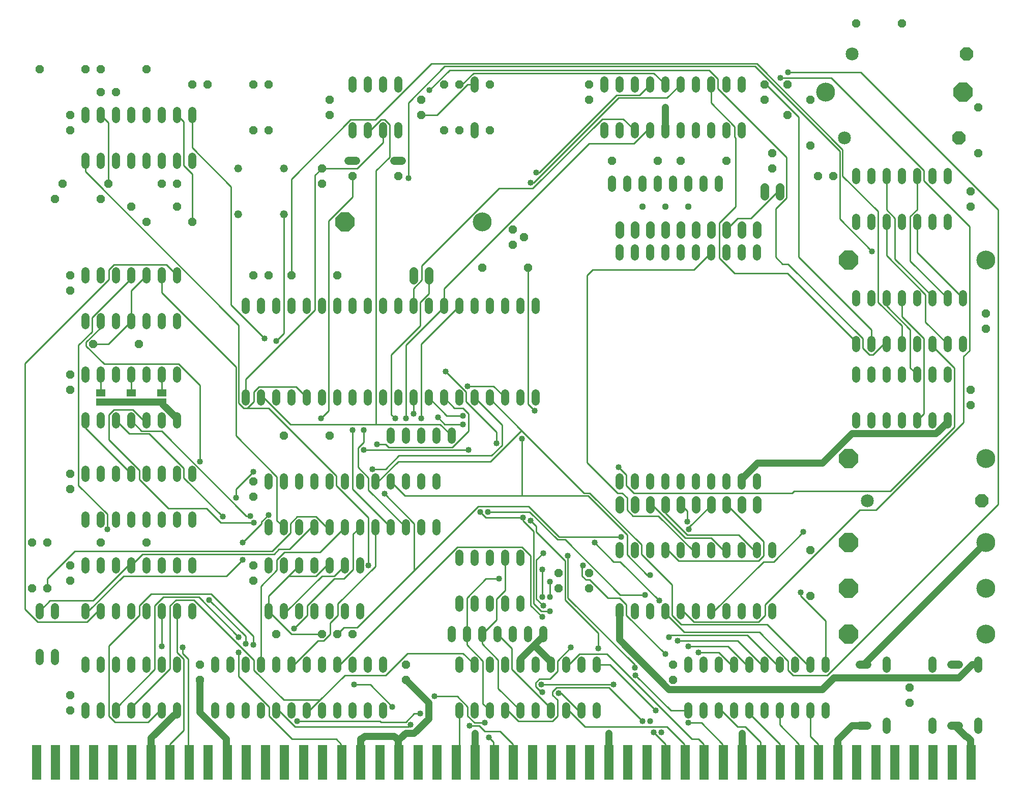
<source format=gbl>
G04 EAGLE Gerber RS-274X export*
G75*
%MOMM*%
%FSLAX34Y34*%
%LPD*%
%INBottom Copper*%
%IPPOS*%
%AMOC8*
5,1,8,0,0,1.08239X$1,22.5*%
G01*
%ADD10C,1.320800*%
%ADD11P,1.429621X8X112.500000*%
%ADD12P,1.429621X8X292.500000*%
%ADD13P,1.429621X8X22.500000*%
%ADD14C,1.422400*%
%ADD15P,1.539592X8X22.500000*%
%ADD16P,1.539592X8X202.500000*%
%ADD17P,1.429621X8X202.500000*%
%ADD18C,3.149600*%
%ADD19P,3.409096X8X202.500000*%
%ADD20C,1.320800*%
%ADD21P,3.409096X8X22.500000*%
%ADD22C,1.447800*%
%ADD23R,1.524000X5.842000*%
%ADD24C,2.159000*%
%ADD25P,2.336880X8X22.500000*%
%ADD26R,1.600200X1.168400*%
%ADD27C,1.117600*%
%ADD28C,1.168400*%
%ADD29C,1.016000*%
%ADD30C,0.254000*%


D10*
X-1536700Y6096D02*
X-1536700Y19304D01*
X-1511300Y19304D02*
X-1511300Y6096D01*
X-1384300Y6096D02*
X-1384300Y19304D01*
X-1358900Y19304D02*
X-1358900Y6096D01*
X-1485900Y6096D02*
X-1485900Y19304D01*
X-1460500Y19304D02*
X-1460500Y6096D01*
X-1409700Y6096D02*
X-1409700Y19304D01*
X-1435100Y19304D02*
X-1435100Y6096D01*
X-1333500Y6096D02*
X-1333500Y19304D01*
X-1308100Y19304D02*
X-1308100Y6096D01*
X-1282700Y6096D02*
X-1282700Y19304D01*
X-1257300Y19304D02*
X-1257300Y6096D01*
X-1231900Y6096D02*
X-1231900Y19304D01*
X-1206500Y19304D02*
X-1206500Y6096D01*
X-1181100Y6096D02*
X-1181100Y19304D01*
X-1155700Y19304D02*
X-1155700Y6096D01*
X-1130300Y6096D02*
X-1130300Y19304D01*
X-1104900Y19304D02*
X-1104900Y6096D01*
X-1079500Y6096D02*
X-1079500Y19304D01*
X-1054100Y19304D02*
X-1054100Y6096D01*
X-1054100Y158496D02*
X-1054100Y171704D01*
X-1079500Y171704D02*
X-1079500Y158496D01*
X-1104900Y158496D02*
X-1104900Y171704D01*
X-1130300Y171704D02*
X-1130300Y158496D01*
X-1155700Y158496D02*
X-1155700Y171704D01*
X-1181100Y171704D02*
X-1181100Y158496D01*
X-1206500Y158496D02*
X-1206500Y171704D01*
X-1231900Y171704D02*
X-1231900Y158496D01*
X-1257300Y158496D02*
X-1257300Y171704D01*
X-1282700Y171704D02*
X-1282700Y158496D01*
X-1308100Y158496D02*
X-1308100Y171704D01*
X-1333500Y171704D02*
X-1333500Y158496D01*
X-1358900Y158496D02*
X-1358900Y171704D01*
X-1384300Y171704D02*
X-1384300Y158496D01*
X-1409700Y158496D02*
X-1409700Y171704D01*
X-1435100Y171704D02*
X-1435100Y158496D01*
X-1460500Y158496D02*
X-1460500Y171704D01*
X-1485900Y171704D02*
X-1485900Y158496D01*
X-1511300Y158496D02*
X-1511300Y171704D01*
X-1536700Y171704D02*
X-1536700Y158496D01*
X-914400Y-336296D02*
X-914400Y-349504D01*
X-889000Y-349504D02*
X-889000Y-336296D01*
X-863600Y-336296D02*
X-863600Y-349504D01*
X-838200Y-349504D02*
X-838200Y-336296D01*
X-812800Y-336296D02*
X-812800Y-349504D01*
X-787400Y-349504D02*
X-787400Y-336296D01*
X-762000Y-336296D02*
X-762000Y-349504D01*
X-736600Y-349504D02*
X-736600Y-336296D01*
X-711200Y-336296D02*
X-711200Y-349504D01*
X-685800Y-349504D02*
X-685800Y-336296D01*
X-660400Y-336296D02*
X-660400Y-349504D01*
X-660400Y-247904D02*
X-660400Y-234696D01*
X-685800Y-234696D02*
X-685800Y-247904D01*
X-711200Y-247904D02*
X-711200Y-234696D01*
X-736600Y-234696D02*
X-736600Y-247904D01*
X-762000Y-247904D02*
X-762000Y-234696D01*
X-787400Y-234696D02*
X-787400Y-247904D01*
X-812800Y-247904D02*
X-812800Y-234696D01*
X-838200Y-234696D02*
X-838200Y-247904D01*
X-863600Y-247904D02*
X-863600Y-234696D01*
X-889000Y-234696D02*
X-889000Y-247904D01*
X-914400Y-247904D02*
X-914400Y-234696D01*
X-939800Y450596D02*
X-939800Y463804D01*
X-914400Y463804D02*
X-914400Y450596D01*
X-787400Y450596D02*
X-787400Y463804D01*
X-762000Y463804D02*
X-762000Y450596D01*
X-889000Y450596D02*
X-889000Y463804D01*
X-863600Y463804D02*
X-863600Y450596D01*
X-812800Y450596D02*
X-812800Y463804D01*
X-838200Y463804D02*
X-838200Y450596D01*
X-736600Y450596D02*
X-736600Y463804D01*
X-711200Y463804D02*
X-711200Y450596D01*
X-711200Y526796D02*
X-711200Y540004D01*
X-736600Y540004D02*
X-736600Y526796D01*
X-762000Y526796D02*
X-762000Y540004D01*
X-787400Y540004D02*
X-787400Y526796D01*
X-812800Y526796D02*
X-812800Y540004D01*
X-838200Y540004D02*
X-838200Y526796D01*
X-863600Y526796D02*
X-863600Y540004D01*
X-889000Y540004D02*
X-889000Y526796D01*
X-914400Y526796D02*
X-914400Y540004D01*
X-939800Y540004D02*
X-939800Y526796D01*
D11*
X-1016000Y-304800D03*
X-1016000Y-279400D03*
D12*
X-635000Y533400D03*
X-635000Y482600D03*
D13*
X-520700Y635000D03*
X-444500Y635000D03*
D10*
X-914400Y-120396D02*
X-914400Y-133604D01*
X-889000Y-133604D02*
X-889000Y-120396D01*
X-762000Y-120396D02*
X-762000Y-133604D01*
X-736600Y-133604D02*
X-736600Y-120396D01*
X-863600Y-120396D02*
X-863600Y-133604D01*
X-838200Y-133604D02*
X-838200Y-120396D01*
X-787400Y-120396D02*
X-787400Y-133604D01*
X-812800Y-133604D02*
X-812800Y-120396D01*
X-711200Y-120396D02*
X-711200Y-133604D01*
X-685800Y-133604D02*
X-685800Y-120396D01*
X-685800Y247396D02*
X-685800Y260604D01*
X-711200Y260604D02*
X-711200Y247396D01*
X-736600Y247396D02*
X-736600Y260604D01*
X-762000Y260604D02*
X-762000Y247396D01*
X-787400Y247396D02*
X-787400Y260604D01*
X-812800Y260604D02*
X-812800Y247396D01*
X-838200Y247396D02*
X-838200Y260604D01*
X-863600Y260604D02*
X-863600Y247396D01*
X-889000Y247396D02*
X-889000Y260604D01*
X-914400Y260604D02*
X-914400Y247396D01*
D14*
X-673100Y348488D02*
X-673100Y362712D01*
X-647700Y362712D02*
X-647700Y348488D01*
D11*
X-596900Y-317500D03*
X-596900Y-241300D03*
D15*
X-927100Y406400D03*
X-850900Y406400D03*
D16*
X-736600Y406400D03*
X-812800Y406400D03*
D12*
X-660400Y419100D03*
X-660400Y393700D03*
D11*
X-596900Y431800D03*
X-596900Y508000D03*
X-317500Y419100D03*
X-317500Y495300D03*
D10*
X-927100Y374904D02*
X-927100Y361696D01*
X-901700Y361696D02*
X-901700Y374904D01*
X-876300Y374904D02*
X-876300Y361696D01*
X-850900Y361696D02*
X-850900Y374904D01*
X-825500Y374904D02*
X-825500Y361696D01*
X-800100Y361696D02*
X-800100Y374904D01*
X-774700Y374904D02*
X-774700Y361696D01*
X-749300Y361696D02*
X-749300Y374904D01*
X-520700Y108204D02*
X-520700Y94996D01*
X-495300Y94996D02*
X-495300Y108204D01*
X-368300Y108204D02*
X-368300Y94996D01*
X-342900Y94996D02*
X-342900Y108204D01*
X-469900Y108204D02*
X-469900Y94996D01*
X-444500Y94996D02*
X-444500Y108204D01*
X-393700Y108204D02*
X-393700Y94996D01*
X-419100Y94996D02*
X-419100Y108204D01*
X-342900Y171196D02*
X-342900Y184404D01*
X-368300Y184404D02*
X-368300Y171196D01*
X-393700Y171196D02*
X-393700Y184404D01*
X-419100Y184404D02*
X-419100Y171196D01*
X-444500Y171196D02*
X-444500Y184404D01*
X-469900Y184404D02*
X-469900Y171196D01*
X-495300Y171196D02*
X-495300Y184404D01*
X-520700Y184404D02*
X-520700Y171196D01*
X-520700Y-18796D02*
X-520700Y-32004D01*
X-495300Y-32004D02*
X-495300Y-18796D01*
X-368300Y-18796D02*
X-368300Y-32004D01*
X-368300Y44196D02*
X-368300Y57404D01*
X-469900Y-18796D02*
X-469900Y-32004D01*
X-444500Y-32004D02*
X-444500Y-18796D01*
X-393700Y-18796D02*
X-393700Y-32004D01*
X-419100Y-32004D02*
X-419100Y-18796D01*
X-393700Y44196D02*
X-393700Y57404D01*
X-419100Y57404D02*
X-419100Y44196D01*
X-444500Y44196D02*
X-444500Y57404D01*
X-469900Y57404D02*
X-469900Y44196D01*
X-495300Y44196D02*
X-495300Y57404D01*
X-520700Y57404D02*
X-520700Y44196D01*
X-520700Y298196D02*
X-520700Y311404D01*
X-495300Y311404D02*
X-495300Y298196D01*
X-368300Y298196D02*
X-368300Y311404D01*
X-368300Y374396D02*
X-368300Y387604D01*
X-469900Y311404D02*
X-469900Y298196D01*
X-444500Y298196D02*
X-444500Y311404D01*
X-393700Y311404D02*
X-393700Y298196D01*
X-419100Y298196D02*
X-419100Y311404D01*
X-393700Y374396D02*
X-393700Y387604D01*
X-419100Y387604D02*
X-419100Y374396D01*
X-444500Y374396D02*
X-444500Y387604D01*
X-469900Y387604D02*
X-469900Y374396D01*
X-495300Y374396D02*
X-495300Y387604D01*
X-520700Y387604D02*
X-520700Y374396D01*
D17*
X-1066800Y228600D03*
X-1143000Y228600D03*
D10*
X-1358900Y450596D02*
X-1358900Y463804D01*
X-1333500Y463804D02*
X-1333500Y450596D01*
X-1308100Y450596D02*
X-1308100Y463804D01*
X-1282700Y463804D02*
X-1282700Y450596D01*
X-1282700Y526796D02*
X-1282700Y540004D01*
X-1308100Y540004D02*
X-1308100Y526796D01*
X-1333500Y526796D02*
X-1333500Y540004D01*
X-1358900Y540004D02*
X-1358900Y526796D01*
D12*
X-1181100Y533400D03*
X-1181100Y457200D03*
X-1206500Y533400D03*
X-1206500Y457200D03*
D10*
X-1155700Y450596D02*
X-1155700Y463804D01*
X-1155700Y526796D02*
X-1155700Y540004D01*
D17*
X-1282700Y381000D03*
X-1358900Y381000D03*
D10*
X-1289304Y406400D02*
X-1276096Y406400D01*
X-1352296Y406400D02*
X-1365504Y406400D01*
D12*
X-1130300Y533400D03*
X-1130300Y457200D03*
D11*
X-1244600Y482600D03*
X-1244600Y508000D03*
D12*
X-1409700Y393700D03*
X-1409700Y368300D03*
D17*
X-1397000Y-50800D03*
X-1473200Y-50800D03*
D12*
X-1092200Y266700D03*
X-1073150Y279400D03*
X-1092200Y292100D03*
X-673100Y533400D03*
X-673100Y508000D03*
D18*
X-304800Y-228600D03*
D19*
X-533400Y-228600D03*
D17*
X-558800Y381000D03*
X-584200Y381000D03*
D12*
X-304800Y152400D03*
X-304800Y127000D03*
D20*
X-1549400Y393700D03*
X-1549400Y317500D03*
X-1473200Y317500D03*
X-1473200Y393700D03*
D17*
X-1498600Y457200D03*
X-1524000Y457200D03*
D13*
X-1524000Y215900D03*
X-1498600Y215900D03*
D12*
X-1397000Y508000D03*
X-1397000Y482600D03*
X-965200Y533400D03*
X-965200Y508000D03*
D18*
X-1143000Y304800D03*
D19*
X-1371600Y304800D03*
D18*
X-304800Y-381000D03*
D19*
X-533400Y-381000D03*
D18*
X-571500Y520700D03*
D21*
X-342900Y520700D03*
D18*
X-304800Y241300D03*
D19*
X-533400Y241300D03*
D18*
X-304800Y-88900D03*
D19*
X-533400Y-88900D03*
D11*
X-330200Y0D03*
X-330200Y25400D03*
X-330200Y330200D03*
X-330200Y355600D03*
D18*
X-304800Y-304800D03*
D19*
X-533400Y-304800D03*
D12*
X-965200Y-279400D03*
X-965200Y-304800D03*
D14*
X-1257300Y208788D02*
X-1257300Y223012D01*
X-1231900Y223012D02*
X-1231900Y208788D01*
D17*
X-1384300Y215900D03*
X-1460500Y215900D03*
D22*
X-914400Y-157861D02*
X-914400Y-172339D01*
X-889000Y-172339D02*
X-889000Y-157861D01*
X-762000Y-157861D02*
X-762000Y-172339D01*
X-736600Y-172339D02*
X-736600Y-157861D01*
X-863600Y-157861D02*
X-863600Y-172339D01*
X-838200Y-172339D02*
X-838200Y-157861D01*
X-787400Y-157861D02*
X-787400Y-172339D01*
X-812800Y-172339D02*
X-812800Y-157861D01*
X-711200Y-157861D02*
X-711200Y-172339D01*
X-685800Y-172339D02*
X-685800Y-157861D01*
X-685800Y284861D02*
X-685800Y299339D01*
X-711200Y299339D02*
X-711200Y284861D01*
X-736600Y284861D02*
X-736600Y299339D01*
X-762000Y299339D02*
X-762000Y284861D01*
X-787400Y284861D02*
X-787400Y299339D01*
X-812800Y299339D02*
X-812800Y284861D01*
X-838200Y284861D02*
X-838200Y299339D01*
X-863600Y299339D02*
X-863600Y284861D01*
X-889000Y284861D02*
X-889000Y299339D01*
X-914400Y299339D02*
X-914400Y284861D01*
D11*
X-431800Y-495300D03*
X-431800Y-469900D03*
D10*
X-393700Y-438404D02*
X-393700Y-425196D01*
X-393700Y-526796D02*
X-393700Y-540004D01*
X-469900Y-438404D02*
X-469900Y-425196D01*
X-469900Y-526796D02*
X-469900Y-540004D01*
X-317500Y-540004D02*
X-317500Y-526796D01*
X-317500Y-438404D02*
X-317500Y-425196D01*
D23*
X-1122680Y-594360D03*
X-1154430Y-594360D03*
X-1186180Y-594360D03*
X-1217930Y-594360D03*
X-1249680Y-594360D03*
X-1281430Y-594360D03*
X-1313180Y-594360D03*
X-1344930Y-594360D03*
X-1376680Y-594360D03*
X-1408430Y-594360D03*
X-1440180Y-594360D03*
X-1471930Y-594360D03*
X-1503680Y-594360D03*
X-1535430Y-594360D03*
X-1567180Y-594360D03*
X-1598930Y-594360D03*
X-1630680Y-594360D03*
X-1662430Y-594360D03*
X-1694180Y-594360D03*
X-1725930Y-594360D03*
X-1757680Y-594360D03*
X-1789430Y-594360D03*
X-1821180Y-594360D03*
X-1852930Y-594360D03*
X-1884680Y-594360D03*
X-1090930Y-594360D03*
X-1059180Y-594360D03*
X-1027430Y-594360D03*
X-995680Y-594360D03*
X-963930Y-594360D03*
X-932180Y-594360D03*
X-900430Y-594360D03*
X-868680Y-594360D03*
X-836930Y-594360D03*
X-805180Y-594360D03*
X-773430Y-594360D03*
X-741680Y-594360D03*
X-709930Y-594360D03*
X-678180Y-594360D03*
X-646430Y-594360D03*
X-614680Y-594360D03*
X-582930Y-594360D03*
X-551180Y-594360D03*
X-519430Y-594360D03*
X-487680Y-594360D03*
X-455930Y-594360D03*
X-424180Y-594360D03*
X-392430Y-594360D03*
X-360680Y-594360D03*
X-328930Y-594360D03*
D10*
X-501396Y-533400D02*
X-514604Y-533400D01*
X-514604Y-431800D02*
X-501396Y-431800D01*
X-362204Y-533400D02*
X-348996Y-533400D01*
X-348996Y-431800D02*
X-362204Y-431800D01*
X-1181100Y-501396D02*
X-1181100Y-514604D01*
X-1155700Y-514604D02*
X-1155700Y-501396D01*
X-1028700Y-501396D02*
X-1028700Y-514604D01*
X-1003300Y-514604D02*
X-1003300Y-501396D01*
X-1130300Y-501396D02*
X-1130300Y-514604D01*
X-1104900Y-514604D02*
X-1104900Y-501396D01*
X-1054100Y-501396D02*
X-1054100Y-514604D01*
X-1079500Y-514604D02*
X-1079500Y-501396D01*
X-977900Y-501396D02*
X-977900Y-514604D01*
X-952500Y-514604D02*
X-952500Y-501396D01*
X-952500Y-438404D02*
X-952500Y-425196D01*
X-977900Y-425196D02*
X-977900Y-438404D01*
X-1003300Y-438404D02*
X-1003300Y-425196D01*
X-1028700Y-425196D02*
X-1028700Y-438404D01*
X-1054100Y-438404D02*
X-1054100Y-425196D01*
X-1079500Y-425196D02*
X-1079500Y-438404D01*
X-1104900Y-438404D02*
X-1104900Y-425196D01*
X-1130300Y-425196D02*
X-1130300Y-438404D01*
X-1155700Y-438404D02*
X-1155700Y-425196D01*
X-1181100Y-425196D02*
X-1181100Y-438404D01*
X-1193800Y-387604D02*
X-1193800Y-374396D01*
X-1168400Y-374396D02*
X-1168400Y-387604D01*
X-1143000Y-387604D02*
X-1143000Y-374396D01*
X-1117600Y-374396D02*
X-1117600Y-387604D01*
X-1092200Y-387604D02*
X-1092200Y-374396D01*
X-1066800Y-374396D02*
X-1066800Y-387604D01*
X-1041400Y-387604D02*
X-1041400Y-374396D01*
X-1498600Y-209804D02*
X-1498600Y-196596D01*
X-1473200Y-196596D02*
X-1473200Y-209804D01*
X-1447800Y-209804D02*
X-1447800Y-196596D01*
X-1422400Y-196596D02*
X-1422400Y-209804D01*
X-1397000Y-209804D02*
X-1397000Y-196596D01*
X-1371600Y-196596D02*
X-1371600Y-209804D01*
X-1346200Y-209804D02*
X-1346200Y-196596D01*
X-1320800Y-196596D02*
X-1320800Y-209804D01*
X-1295400Y-209804D02*
X-1295400Y-196596D01*
X-1270000Y-196596D02*
X-1270000Y-209804D01*
X-1244600Y-209804D02*
X-1244600Y-196596D01*
X-1219200Y-196596D02*
X-1219200Y-209804D01*
X-1219200Y-133604D02*
X-1219200Y-120396D01*
X-1244600Y-120396D02*
X-1244600Y-133604D01*
X-1270000Y-133604D02*
X-1270000Y-120396D01*
X-1295400Y-120396D02*
X-1295400Y-133604D01*
X-1320800Y-133604D02*
X-1320800Y-120396D01*
X-1346200Y-120396D02*
X-1346200Y-133604D01*
X-1371600Y-133604D02*
X-1371600Y-120396D01*
X-1397000Y-120396D02*
X-1397000Y-133604D01*
X-1422400Y-133604D02*
X-1422400Y-120396D01*
X-1447800Y-120396D02*
X-1447800Y-133604D01*
X-1473200Y-133604D02*
X-1473200Y-120396D01*
X-1498600Y-120396D02*
X-1498600Y-133604D01*
X-1587500Y-501396D02*
X-1587500Y-514604D01*
X-1562100Y-514604D02*
X-1562100Y-501396D01*
X-1536700Y-501396D02*
X-1536700Y-514604D01*
X-1511300Y-514604D02*
X-1511300Y-501396D01*
X-1485900Y-501396D02*
X-1485900Y-514604D01*
X-1460500Y-514604D02*
X-1460500Y-501396D01*
X-1435100Y-501396D02*
X-1435100Y-514604D01*
X-1409700Y-514604D02*
X-1409700Y-501396D01*
X-1384300Y-501396D02*
X-1384300Y-514604D01*
X-1358900Y-514604D02*
X-1358900Y-501396D01*
X-1333500Y-501396D02*
X-1333500Y-514604D01*
X-1308100Y-514604D02*
X-1308100Y-501396D01*
X-1308100Y-438404D02*
X-1308100Y-425196D01*
X-1333500Y-425196D02*
X-1333500Y-438404D01*
X-1358900Y-438404D02*
X-1358900Y-425196D01*
X-1384300Y-425196D02*
X-1384300Y-438404D01*
X-1409700Y-438404D02*
X-1409700Y-425196D01*
X-1435100Y-425196D02*
X-1435100Y-438404D01*
X-1460500Y-438404D02*
X-1460500Y-425196D01*
X-1485900Y-425196D02*
X-1485900Y-438404D01*
X-1511300Y-438404D02*
X-1511300Y-425196D01*
X-1536700Y-425196D02*
X-1536700Y-438404D01*
X-1562100Y-438404D02*
X-1562100Y-425196D01*
X-1587500Y-425196D02*
X-1587500Y-438404D01*
X-1803400Y-501396D02*
X-1803400Y-514604D01*
X-1778000Y-514604D02*
X-1778000Y-501396D01*
X-1651000Y-501396D02*
X-1651000Y-514604D01*
X-1651000Y-438404D02*
X-1651000Y-425196D01*
X-1752600Y-501396D02*
X-1752600Y-514604D01*
X-1727200Y-514604D02*
X-1727200Y-501396D01*
X-1676400Y-501396D02*
X-1676400Y-514604D01*
X-1701800Y-514604D02*
X-1701800Y-501396D01*
X-1676400Y-438404D02*
X-1676400Y-425196D01*
X-1701800Y-425196D02*
X-1701800Y-438404D01*
X-1727200Y-438404D02*
X-1727200Y-425196D01*
X-1752600Y-425196D02*
X-1752600Y-438404D01*
X-1778000Y-438404D02*
X-1778000Y-425196D01*
X-1803400Y-425196D02*
X-1803400Y-438404D01*
X-800100Y-501396D02*
X-800100Y-514604D01*
X-774700Y-514604D02*
X-774700Y-501396D01*
X-647700Y-501396D02*
X-647700Y-514604D01*
X-622300Y-514604D02*
X-622300Y-501396D01*
X-749300Y-501396D02*
X-749300Y-514604D01*
X-723900Y-514604D02*
X-723900Y-501396D01*
X-673100Y-501396D02*
X-673100Y-514604D01*
X-698500Y-514604D02*
X-698500Y-501396D01*
X-596900Y-501396D02*
X-596900Y-514604D01*
X-571500Y-514604D02*
X-571500Y-501396D01*
X-571500Y-438404D02*
X-571500Y-425196D01*
X-596900Y-425196D02*
X-596900Y-438404D01*
X-622300Y-438404D02*
X-622300Y-425196D01*
X-647700Y-425196D02*
X-647700Y-438404D01*
X-673100Y-438404D02*
X-673100Y-425196D01*
X-698500Y-425196D02*
X-698500Y-438404D01*
X-723900Y-438404D02*
X-723900Y-425196D01*
X-749300Y-425196D02*
X-749300Y-438404D01*
X-774700Y-438404D02*
X-774700Y-425196D01*
X-800100Y-425196D02*
X-800100Y-438404D01*
X-1803400Y-197104D02*
X-1803400Y-183896D01*
X-1778000Y-183896D02*
X-1778000Y-197104D01*
X-1651000Y-197104D02*
X-1651000Y-183896D01*
X-1625600Y-183896D02*
X-1625600Y-197104D01*
X-1752600Y-197104D02*
X-1752600Y-183896D01*
X-1727200Y-183896D02*
X-1727200Y-197104D01*
X-1676400Y-197104D02*
X-1676400Y-183896D01*
X-1701800Y-183896D02*
X-1701800Y-197104D01*
X-1625600Y-120904D02*
X-1625600Y-107696D01*
X-1651000Y-107696D02*
X-1651000Y-120904D01*
X-1676400Y-120904D02*
X-1676400Y-107696D01*
X-1701800Y-107696D02*
X-1701800Y-120904D01*
X-1727200Y-120904D02*
X-1727200Y-107696D01*
X-1752600Y-107696D02*
X-1752600Y-120904D01*
X-1778000Y-120904D02*
X-1778000Y-107696D01*
X-1803400Y-107696D02*
X-1803400Y-120904D01*
D17*
X-1701800Y-228600D03*
X-1778000Y-228600D03*
D10*
X-1803400Y-32004D02*
X-1803400Y-18796D01*
X-1778000Y-18796D02*
X-1778000Y-32004D01*
X-1651000Y-32004D02*
X-1651000Y-18796D01*
X-1651000Y44196D02*
X-1651000Y57404D01*
X-1752600Y-18796D02*
X-1752600Y-32004D01*
X-1727200Y-32004D02*
X-1727200Y-18796D01*
X-1676400Y-18796D02*
X-1676400Y-32004D01*
X-1701800Y-32004D02*
X-1701800Y-18796D01*
X-1676400Y44196D02*
X-1676400Y57404D01*
X-1701800Y57404D02*
X-1701800Y44196D01*
X-1727200Y44196D02*
X-1727200Y57404D01*
X-1752600Y57404D02*
X-1752600Y44196D01*
X-1778000Y44196D02*
X-1778000Y57404D01*
X-1803400Y57404D02*
X-1803400Y44196D01*
X-1803400Y133096D02*
X-1803400Y146304D01*
X-1778000Y146304D02*
X-1778000Y133096D01*
X-1651000Y133096D02*
X-1651000Y146304D01*
X-1651000Y209296D02*
X-1651000Y222504D01*
X-1752600Y146304D02*
X-1752600Y133096D01*
X-1727200Y133096D02*
X-1727200Y146304D01*
X-1676400Y146304D02*
X-1676400Y133096D01*
X-1701800Y133096D02*
X-1701800Y146304D01*
X-1676400Y209296D02*
X-1676400Y222504D01*
X-1701800Y222504D02*
X-1701800Y209296D01*
X-1727200Y209296D02*
X-1727200Y222504D01*
X-1752600Y222504D02*
X-1752600Y209296D01*
X-1778000Y209296D02*
X-1778000Y222504D01*
X-1803400Y222504D02*
X-1803400Y209296D01*
D17*
X-1714500Y101600D03*
X-1790700Y101600D03*
D10*
X-1803400Y-336296D02*
X-1803400Y-349504D01*
X-1778000Y-349504D02*
X-1778000Y-336296D01*
X-1651000Y-336296D02*
X-1651000Y-349504D01*
X-1625600Y-349504D02*
X-1625600Y-336296D01*
X-1752600Y-336296D02*
X-1752600Y-349504D01*
X-1727200Y-349504D02*
X-1727200Y-336296D01*
X-1676400Y-336296D02*
X-1676400Y-349504D01*
X-1701800Y-349504D02*
X-1701800Y-336296D01*
X-1625600Y-273304D02*
X-1625600Y-260096D01*
X-1651000Y-260096D02*
X-1651000Y-273304D01*
X-1676400Y-273304D02*
X-1676400Y-260096D01*
X-1701800Y-260096D02*
X-1701800Y-273304D01*
X-1727200Y-273304D02*
X-1727200Y-260096D01*
X-1752600Y-260096D02*
X-1752600Y-273304D01*
X-1778000Y-273304D02*
X-1778000Y-260096D01*
X-1803400Y-260096D02*
X-1803400Y-273304D01*
X-1879600Y-412496D02*
X-1879600Y-425704D01*
X-1854200Y-425704D02*
X-1854200Y-412496D01*
X-1854200Y-349504D02*
X-1854200Y-336296D01*
X-1879600Y-336296D02*
X-1879600Y-349504D01*
D12*
X-1866900Y-228600D03*
X-1866900Y-304800D03*
X-1892300Y-228600D03*
X-1892300Y-304800D03*
D10*
X-1498600Y-336296D02*
X-1498600Y-349504D01*
X-1473200Y-349504D02*
X-1473200Y-336296D01*
X-1346200Y-336296D02*
X-1346200Y-349504D01*
X-1346200Y-273304D02*
X-1346200Y-260096D01*
X-1447800Y-336296D02*
X-1447800Y-349504D01*
X-1422400Y-349504D02*
X-1422400Y-336296D01*
X-1371600Y-336296D02*
X-1371600Y-349504D01*
X-1397000Y-349504D02*
X-1397000Y-336296D01*
X-1371600Y-273304D02*
X-1371600Y-260096D01*
X-1397000Y-260096D02*
X-1397000Y-273304D01*
X-1422400Y-273304D02*
X-1422400Y-260096D01*
X-1447800Y-260096D02*
X-1447800Y-273304D01*
X-1473200Y-273304D02*
X-1473200Y-260096D01*
X-1498600Y-260096D02*
X-1498600Y-273304D01*
D13*
X-1485900Y-381000D03*
X-1409700Y-381000D03*
X-1384300Y-381000D03*
X-1358900Y-381000D03*
D10*
X-1295400Y-57404D02*
X-1295400Y-44196D01*
X-1270000Y-44196D02*
X-1270000Y-57404D01*
X-1244600Y-57404D02*
X-1244600Y-44196D01*
X-1219200Y-44196D02*
X-1219200Y-57404D01*
X-1193800Y-57404D02*
X-1193800Y-44196D01*
D12*
X-1828800Y-482600D03*
X-1828800Y-508000D03*
X-1828800Y-266700D03*
X-1828800Y-292100D03*
X-1828800Y-114300D03*
X-1828800Y-139700D03*
X-1828800Y50800D03*
X-1828800Y25400D03*
X-1828800Y215900D03*
X-1828800Y190500D03*
X-1828800Y482600D03*
X-1828800Y457200D03*
X-1524000Y-127000D03*
X-1524000Y-152400D03*
X-1612900Y-431800D03*
X-1612900Y-457200D03*
X-1524000Y-266700D03*
X-1524000Y-292100D03*
X-1270000Y-431800D03*
X-1270000Y-457200D03*
X-825500Y-431800D03*
X-825500Y-457200D03*
D24*
X-527050Y584200D03*
D25*
X-336550Y584200D03*
D24*
X-539750Y444500D03*
D25*
X-349250Y444500D03*
D24*
X-501650Y-158750D03*
D25*
X-311150Y-158750D03*
D26*
X-1676400Y5080D03*
X-1676400Y20320D03*
X-1727200Y5080D03*
X-1727200Y20320D03*
X-1778000Y5080D03*
X-1778000Y20320D03*
D17*
X-1498600Y533400D03*
X-1524000Y533400D03*
X-1600200Y533400D03*
X-1625600Y533400D03*
D10*
X-1803400Y413004D02*
X-1803400Y399796D01*
X-1778000Y399796D02*
X-1778000Y413004D01*
X-1651000Y413004D02*
X-1651000Y399796D01*
X-1625600Y399796D02*
X-1625600Y413004D01*
X-1752600Y413004D02*
X-1752600Y399796D01*
X-1727200Y399796D02*
X-1727200Y413004D01*
X-1676400Y413004D02*
X-1676400Y399796D01*
X-1701800Y399796D02*
X-1701800Y413004D01*
X-1625600Y475996D02*
X-1625600Y489204D01*
X-1651000Y489204D02*
X-1651000Y475996D01*
X-1676400Y475996D02*
X-1676400Y489204D01*
X-1701800Y489204D02*
X-1701800Y475996D01*
X-1727200Y475996D02*
X-1727200Y489204D01*
X-1752600Y489204D02*
X-1752600Y475996D01*
X-1778000Y475996D02*
X-1778000Y489204D01*
X-1803400Y489204D02*
X-1803400Y475996D01*
D17*
X-1778000Y342900D03*
X-1854200Y342900D03*
D13*
X-1778000Y520700D03*
X-1752600Y520700D03*
D17*
X-1765300Y368300D03*
X-1841500Y368300D03*
D13*
X-1778000Y558800D03*
X-1701800Y558800D03*
D17*
X-1625600Y304800D03*
X-1701800Y304800D03*
X-1651000Y368300D03*
X-1676400Y368300D03*
X-1651000Y330200D03*
X-1727200Y330200D03*
D13*
X-1879600Y558800D03*
X-1803400Y558800D03*
D10*
X-1181100Y-323596D02*
X-1181100Y-336804D01*
X-1155700Y-336804D02*
X-1155700Y-323596D01*
X-1104900Y-260604D02*
X-1104900Y-247396D01*
X-1130300Y-247396D02*
X-1130300Y-260604D01*
X-1130300Y-323596D02*
X-1130300Y-336804D01*
X-1104900Y-336804D02*
X-1104900Y-323596D01*
X-1079500Y-260604D02*
X-1079500Y-247396D01*
X-1079500Y-323596D02*
X-1079500Y-336804D01*
X-1155700Y-260604D02*
X-1155700Y-247396D01*
X-1181100Y-247396D02*
X-1181100Y-260604D01*
D27*
X-876300Y330200D03*
X-838200Y330200D03*
X-800100Y330200D03*
D28*
X-1344613Y-557213D02*
X-1344613Y-593725D01*
X-1344613Y-557213D02*
X-1338263Y-550863D01*
X-1289050Y-550863D01*
X-1282700Y-557213D01*
X-1282700Y-593725D01*
X-1344613Y-593725D02*
X-1344930Y-594360D01*
X-1282700Y-593725D02*
X-1281430Y-594360D01*
X-1344613Y-557213D02*
X-1344613Y-555625D01*
X-1727200Y4763D02*
X-1778000Y4763D01*
X-1778000Y5080D01*
X-1727200Y4763D02*
X-1727200Y5080D01*
X-1722438Y4763D02*
X-1676400Y4763D01*
X-1676400Y5080D01*
X-1722438Y4763D02*
X-1727200Y5080D01*
X-1673225Y0D02*
X-1651000Y-22225D01*
X-1651000Y-25400D01*
X-1673225Y0D02*
X-1676400Y5080D01*
X-1693863Y-554038D02*
X-1693863Y-593725D01*
X-1693863Y-554038D02*
X-1651000Y-511175D01*
X-1651000Y-508000D01*
X-1693863Y-593725D02*
X-1694180Y-594360D01*
X-1568450Y-593725D02*
X-1568450Y-555625D01*
X-1612900Y-511175D01*
X-1612900Y-457200D01*
X-1568450Y-593725D02*
X-1567180Y-594360D01*
X-1154113Y-593725D02*
X-1154113Y-546100D01*
X-1154113Y-593725D02*
X-1154430Y-594360D01*
X-931863Y-593725D02*
X-931863Y-546100D01*
X-931863Y-593725D02*
X-932180Y-594360D01*
X-709613Y-593725D02*
X-709613Y-546100D01*
X-709613Y-593725D02*
X-709930Y-594360D01*
X-1270000Y-546100D02*
X-1277938Y-554038D01*
X-1270000Y-546100D02*
X-1255713Y-546100D01*
X-1231900Y-522288D01*
X-1231900Y-495300D01*
X-1270000Y-457200D01*
X-1277938Y-554038D02*
X-1282700Y-557213D01*
D29*
X-1344613Y-555625D03*
X-1154113Y-546100D03*
X-931863Y-546100D03*
X-709613Y-546100D03*
D30*
X-723900Y-431800D02*
X-728663Y-431800D01*
X-749300Y-411163D01*
X-782638Y-411163D01*
X-1030288Y-319088D02*
X-1030288Y-293688D01*
X-1174750Y-31750D02*
X-1204913Y-31750D01*
X-1216025Y-20638D01*
X-1257300Y-14288D02*
X-1257300Y12700D01*
D29*
X-782638Y-411163D03*
X-1030288Y-319088D03*
X-1030288Y-293688D03*
X-1174750Y-31750D03*
X-1216025Y-20638D03*
X-1257300Y-14288D03*
D30*
X-703263Y-431800D02*
X-698500Y-431800D01*
X-703263Y-431800D02*
X-733425Y-401638D01*
X-800100Y-401638D01*
X-1042988Y-319088D02*
X-1042988Y-273050D01*
X-1174750Y-17463D02*
X-1201738Y-17463D01*
X-1231900Y12700D01*
X-1165225Y-74613D02*
X-1339850Y-74613D01*
D29*
X-800100Y-401638D03*
X-1042988Y-319088D03*
X-1042988Y-273050D03*
X-1174750Y-17463D03*
X-1339850Y-74613D03*
X-1165225Y-74613D03*
D30*
X-677863Y-431800D02*
X-673100Y-431800D01*
X-677863Y-431800D02*
X-717550Y-392113D01*
X-817563Y-392113D01*
X-1041400Y-333375D02*
X-1052513Y-322263D01*
X-1052513Y-257175D01*
X-1041400Y-246063D01*
X-1303338Y-65088D02*
X-1317625Y-65088D01*
X-1303338Y-65088D02*
X-1298575Y-69850D01*
X-1192213Y-69850D01*
X-1165225Y-42863D01*
X-1165225Y-14288D01*
X-1174750Y-4763D01*
X-1189038Y-4763D01*
X-1206500Y12700D01*
D29*
X-817563Y-392113D03*
X-1041400Y-333375D03*
X-1041400Y-246063D03*
X-1317625Y-65088D03*
D30*
X-652463Y-431800D02*
X-647700Y-431800D01*
X-652463Y-431800D02*
X-701675Y-382588D01*
X-828675Y-382588D01*
X-831850Y-385763D01*
X-1030288Y-342900D02*
X-1044575Y-342900D01*
X-1057275Y-330200D01*
X-1057275Y-209550D01*
X-1074738Y-192088D01*
X-1074738Y-187325D01*
X-1136650Y-187325D02*
X-1146175Y-177800D01*
X-1136650Y-187325D02*
X-1074738Y-187325D01*
D29*
X-831850Y-385763D03*
X-1030288Y-342900D03*
X-1074738Y-187325D03*
X-1146175Y-177800D03*
D30*
X-949325Y-379413D02*
X-949325Y-404813D01*
X-949325Y-379413D02*
X-1004888Y-323850D01*
X-1004888Y-258763D01*
X-1052513Y-211138D01*
X-1052513Y-201613D01*
X-1062038Y-192088D01*
X-1303338Y-106363D02*
X-1325563Y-106363D01*
X-1303338Y-106363D02*
X-1281113Y-84138D01*
X-1127125Y-84138D01*
X-1109663Y-66675D01*
X-1109663Y-33338D01*
X-1155700Y12700D01*
D29*
X-949325Y-404813D03*
X-1062038Y-192088D03*
X-1325563Y-106363D03*
D30*
X-601663Y-431800D02*
X-596900Y-431800D01*
X-601663Y-431800D02*
X-668338Y-365125D01*
X-811213Y-365125D01*
X-827088Y-349250D01*
X-827088Y-298450D01*
X-877888Y-247650D01*
X-877888Y-231775D01*
X-963613Y-146050D01*
X-973138Y-146050D01*
X-1077119Y-42069D02*
X-1130300Y11113D01*
X-1077119Y-42069D02*
X-973138Y-146050D01*
X-1130300Y11113D02*
X-1130300Y12700D01*
X-1316038Y-127000D02*
X-1320800Y-127000D01*
X-1316038Y-127000D02*
X-1282700Y-93663D01*
X-1128713Y-93663D01*
X-1077119Y-42069D01*
X-571500Y-358775D02*
X-571500Y-431800D01*
X-571500Y-358775D02*
X-612775Y-317500D01*
X-612775Y-311150D01*
X-863600Y-282575D02*
X-868363Y-282575D01*
X-901700Y-249238D01*
X-901700Y-215900D01*
X-966788Y-150813D01*
X-1076325Y-150813D02*
X-1271588Y-150813D01*
X-1076325Y-150813D02*
X-966788Y-150813D01*
X-1271588Y-150813D02*
X-1295400Y-127000D01*
X-1076325Y-150813D02*
X-1076325Y-55563D01*
X-1123950Y31750D02*
X-1166813Y31750D01*
X-1123950Y31750D02*
X-1104900Y12700D01*
D29*
X-612775Y-311150D03*
X-863600Y-282575D03*
X-1076325Y-55563D03*
X-1166813Y31750D03*
D28*
X-508000Y-431800D02*
X-304800Y-228600D01*
D30*
X-838200Y-414338D02*
X-903288Y-349250D01*
X-903288Y-331788D01*
X-914400Y-320675D01*
X-933450Y-320675D01*
X-963613Y-290513D01*
X-969963Y-290513D01*
X-976313Y-284163D01*
X-976313Y-268288D01*
X-974725Y-266700D01*
D29*
X-838200Y-414338D03*
X-974725Y-266700D03*
D30*
X-912813Y-260350D02*
X-847725Y-325438D01*
X-912813Y-260350D02*
X-923925Y-260350D01*
X-955675Y-228600D01*
D29*
X-847725Y-325438D03*
X-955675Y-228600D03*
D30*
X-912813Y-315913D02*
X-871538Y-315913D01*
X-912813Y-315913D02*
X-1004888Y-223838D01*
X-1017588Y-223838D01*
X-1063625Y-177800D01*
X-1133475Y-177800D01*
X-1231900Y185738D02*
X-1231900Y215900D01*
X-1231900Y185738D02*
X-1246188Y171450D01*
X-1246188Y131763D01*
X-1293813Y84138D01*
X-1293813Y-15875D01*
X-1287463Y-22225D01*
D29*
X-871538Y-315913D03*
X-1133475Y-177800D03*
X-1287463Y-22225D03*
D30*
X-889000Y-431800D02*
X-889000Y-436563D01*
X-889000Y-431800D02*
X-1000125Y-320675D01*
X-1000125Y-250825D01*
X-1119188Y-63500D02*
X-1119188Y-44450D01*
X-1169988Y6350D01*
X-1169988Y22225D01*
X-1203325Y55563D01*
D29*
X-889000Y-436563D03*
X-1000125Y-250825D03*
X-1119188Y-63500D03*
X-1203325Y55563D03*
D30*
X-1052513Y387350D02*
X-1047750Y387350D01*
X-919163Y515938D01*
X-881063Y515938D01*
X-863600Y533400D01*
D29*
X-1052513Y387350D03*
D30*
X-1257300Y193675D02*
X-1257300Y165100D01*
X-1257300Y193675D02*
X-1243013Y207963D01*
X-1243013Y231775D01*
X-1114425Y360363D01*
X-1058863Y360363D01*
X-942975Y476250D01*
X-908050Y476250D01*
X-889000Y457200D01*
X-1057275Y369888D02*
X-1062038Y369888D01*
X-1057275Y369888D02*
X-915988Y511175D01*
X-835025Y511175D01*
X-812800Y533400D01*
D29*
X-1062038Y369888D03*
D30*
X-1270000Y100013D02*
X-1270000Y-22225D01*
X-1270000Y100013D02*
X-1206500Y163513D01*
X-1206500Y165100D01*
X-868363Y457200D02*
X-863600Y457200D01*
X-868363Y457200D02*
X-890588Y434975D01*
X-965200Y434975D01*
X-1206500Y193675D01*
X-1206500Y165100D01*
D29*
X-1270000Y-22225D03*
D30*
X-1473200Y119063D02*
X-1473200Y317500D01*
X-1473200Y119063D02*
X-1485900Y106363D01*
D29*
X-1485900Y106363D03*
D28*
X-838200Y457200D02*
X-838200Y495300D01*
D29*
X-838200Y495300D03*
D30*
X-792163Y-241300D02*
X-787400Y-241300D01*
X-792163Y-241300D02*
X-849313Y-184150D01*
X-892175Y-184150D01*
X-901700Y-174625D01*
X-901700Y-153988D01*
X-909638Y-146050D01*
X-917575Y-146050D01*
X-968375Y-95250D01*
X-968375Y215900D01*
X-958850Y225425D01*
X-790575Y225425D01*
X-762000Y254000D01*
X-650875Y355600D02*
X-647700Y355600D01*
X-650875Y355600D02*
X-695325Y311150D01*
X-717550Y311150D01*
X-736600Y292100D01*
X-736600Y-241300D02*
X-741363Y-241300D01*
X-762000Y-220663D01*
X-804863Y-220663D01*
X-860425Y-165100D01*
X-863600Y-165100D01*
X-690563Y-241300D02*
X-685800Y-241300D01*
X-690563Y-241300D02*
X-715963Y-215900D01*
X-801688Y-215900D01*
X-838200Y-179388D01*
X-838200Y-165100D01*
X-801688Y-176213D02*
X-801688Y-193675D01*
X-801688Y-176213D02*
X-812800Y-165100D01*
D29*
X-801688Y-193675D03*
D30*
X-798513Y-203200D02*
X-798513Y-206375D01*
X-798513Y-203200D02*
X-762000Y-166688D01*
X-762000Y-165100D01*
D29*
X-798513Y-206375D03*
D30*
X-833438Y-241300D02*
X-838200Y-241300D01*
X-833438Y-241300D02*
X-815975Y-258763D01*
X-682625Y-258763D01*
X-674688Y-250825D01*
X-674688Y-227013D01*
X-736600Y-165100D01*
X-838200Y-342900D02*
X-838200Y-346075D01*
X-806450Y-377825D01*
X-681038Y-377825D01*
X-633413Y-425450D01*
X-633413Y-441325D01*
X-625475Y-449263D01*
X-568325Y-449263D01*
X-284163Y-165100D01*
X-284163Y325438D01*
X-512763Y554038D01*
X-633413Y554038D01*
D29*
X-633413Y554038D03*
D30*
X-808038Y-342900D02*
X-812800Y-342900D01*
X-808038Y-342900D02*
X-790575Y-360363D01*
X-682625Y-360363D01*
X-671513Y-349250D01*
X-671513Y-331788D01*
X-514350Y-174625D01*
X-487363Y-174625D01*
X-341313Y-28575D01*
X-341313Y80963D01*
X-331788Y90488D01*
X-331788Y296863D01*
X-407988Y373063D01*
X-407988Y390525D01*
X-561975Y544513D01*
X-646113Y544513D01*
D29*
X-646113Y544513D03*
D30*
X-474663Y101600D02*
X-469900Y101600D01*
X-474663Y101600D02*
X-492125Y84138D01*
X-498475Y84138D01*
X-509588Y95250D01*
X-509588Y111125D01*
X-633413Y234950D01*
X-642938Y234950D01*
X-654050Y246063D01*
X-654050Y327025D01*
X-636588Y344488D01*
X-636588Y412750D01*
X-750888Y527050D01*
X-750888Y542925D01*
X-765175Y557213D01*
X-1196975Y557213D01*
X-1230313Y523875D01*
D29*
X-1230313Y523875D03*
D30*
X-444500Y131763D02*
X-444500Y101600D01*
X-444500Y131763D02*
X-484188Y171450D01*
X-484188Y322263D01*
X-542925Y381000D01*
X-542925Y425450D01*
X-685800Y568325D01*
X-1227138Y568325D01*
X-1320800Y474663D01*
X-1362075Y474663D01*
X-1460500Y376238D01*
X-1460500Y215900D01*
X-547688Y309563D02*
X-493713Y255588D01*
X-547688Y309563D02*
X-547688Y422275D01*
X-688975Y563563D01*
X-1204913Y563563D01*
X-1265238Y503238D01*
X-1265238Y377825D01*
D29*
X-493713Y255588D03*
X-1265238Y377825D03*
D30*
X-393700Y101600D02*
X-393700Y98425D01*
X-357188Y61913D01*
X-357188Y-36513D01*
X-463550Y-142875D01*
X-623888Y-142875D01*
X-627063Y-146050D01*
X-890588Y-146050D01*
X-903288Y-133350D01*
X-903288Y-115888D01*
X-915988Y-103188D01*
D29*
X-915988Y-103188D03*
D30*
X-762000Y-342900D02*
X-757238Y-342900D01*
X-674688Y-260350D01*
X-657225Y-260350D01*
X-608013Y-211138D01*
X-762000Y503238D02*
X-762000Y533400D01*
X-762000Y503238D02*
X-722313Y463550D01*
X-722313Y446088D01*
X-720725Y444500D01*
X-720725Y330200D01*
X-747713Y303213D01*
X-747713Y244475D01*
X-722313Y219075D01*
X-635000Y219075D01*
X-520700Y104775D01*
X-520700Y101600D01*
D29*
X-608013Y-211138D03*
D30*
X-444500Y147638D02*
X-444500Y177800D01*
X-444500Y147638D02*
X-407988Y111125D01*
X-407988Y-14288D01*
X-419100Y-25400D01*
X-469900Y165100D02*
X-469900Y177800D01*
X-469900Y165100D02*
X-430213Y125413D01*
X-430213Y61913D01*
X-419100Y50800D01*
X-469900Y325438D02*
X-469900Y381000D01*
X-469900Y325438D02*
X-455613Y311150D01*
X-455613Y242888D01*
X-393700Y180975D01*
X-393700Y177800D01*
X-469900Y249238D02*
X-469900Y304800D01*
X-469900Y249238D02*
X-404813Y184150D01*
X-404813Y138113D01*
X-368300Y101600D01*
X-419100Y254000D02*
X-419100Y304800D01*
X-419100Y254000D02*
X-342900Y177800D01*
X-419100Y325438D02*
X-419100Y381000D01*
X-419100Y325438D02*
X-430213Y314325D01*
X-430213Y239713D01*
X-368300Y177800D01*
D28*
X-711200Y-123825D02*
X-711200Y-127000D01*
X-711200Y-123825D02*
X-684213Y-96838D01*
X-576263Y-96838D01*
X-527050Y-47625D01*
X-387350Y-47625D01*
X-368300Y-28575D01*
X-368300Y-25400D01*
D30*
X-1066800Y1588D02*
X-1066800Y228600D01*
X-1066800Y1588D02*
X-1055688Y-9525D01*
D29*
X-1055688Y-9525D03*
D30*
X-1506538Y12700D02*
X-1511300Y12700D01*
X-1506538Y12700D02*
X-1462088Y-31750D01*
X-1319213Y-31750D02*
X-1212850Y-31750D01*
X-1319213Y-31750D02*
X-1462088Y-31750D01*
X-1212850Y-31750D02*
X-1193800Y-50800D01*
X-1328738Y457200D02*
X-1333500Y457200D01*
X-1328738Y457200D02*
X-1311275Y474663D01*
X-1304925Y474663D01*
X-1296988Y466725D01*
X-1296988Y412750D01*
X-1319213Y390525D01*
X-1319213Y-31750D01*
X-1166813Y533400D02*
X-1155700Y533400D01*
X-1166813Y533400D02*
X-1217613Y482600D01*
X-1244600Y482600D01*
X-1536700Y42863D02*
X-1536700Y12700D01*
X-1536700Y42863D02*
X-1420813Y158750D01*
X-1420813Y382588D01*
X-1409700Y393700D01*
X-1308100Y436563D02*
X-1308100Y457200D01*
X-1308100Y436563D02*
X-1350963Y393700D01*
X-1409700Y393700D01*
X-495300Y125413D02*
X-495300Y101600D01*
X-495300Y125413D02*
X-615950Y246063D01*
X-615950Y479425D01*
X-669925Y533400D01*
X-673100Y533400D01*
X-1176338Y533400D02*
X-1181100Y533400D01*
X-1176338Y533400D02*
X-1157288Y552450D01*
X-857250Y552450D01*
X-838200Y533400D01*
D28*
X-327025Y-431800D02*
X-317500Y-431800D01*
X-327025Y-431800D02*
X-349250Y-454025D01*
X-557213Y-454025D01*
X-576263Y-473075D01*
X-831850Y-473075D01*
X-914400Y-390525D01*
X-914400Y-342900D01*
D30*
X-749300Y-508000D02*
X-744538Y-508000D01*
X-717550Y-534988D01*
X-704850Y-534988D01*
X-679450Y-560388D01*
X-679450Y-593725D01*
X-678180Y-594360D01*
X-698500Y-512763D02*
X-698500Y-508000D01*
X-698500Y-512763D02*
X-647700Y-563563D01*
X-647700Y-593725D01*
X-646430Y-594360D01*
X-647700Y-531813D02*
X-647700Y-508000D01*
X-647700Y-531813D02*
X-615950Y-563563D01*
X-615950Y-593725D01*
X-614680Y-594360D01*
X-596900Y-550863D02*
X-596900Y-508000D01*
X-596900Y-550863D02*
X-584200Y-563563D01*
X-584200Y-593725D01*
X-582930Y-594360D01*
X-1676400Y-508000D02*
X-1679575Y-508000D01*
X-1698625Y-527050D01*
X-1754188Y-527050D01*
X-1763713Y-517525D01*
X-1763713Y-400050D01*
X-1712913Y-349250D01*
X-1712913Y-333375D01*
X-1693863Y-314325D01*
X-1593850Y-314325D01*
X-1524000Y-384175D01*
X-1524000Y-398463D01*
X-1355725Y-465138D02*
X-1328738Y-465138D01*
X-1292225Y-501650D01*
D29*
X-1524000Y-398463D03*
X-1355725Y-465138D03*
X-1292225Y-501650D03*
D30*
X-1003300Y-508000D02*
X-998538Y-508000D01*
X-971550Y-534988D01*
X-835025Y-534988D01*
X-806450Y-563563D01*
X-806450Y-593725D01*
X-805180Y-594360D01*
X-1181100Y-588963D02*
X-1181100Y-508000D01*
X-1181100Y-588963D02*
X-1185863Y-593725D01*
X-1186180Y-594360D01*
X-952500Y-431800D02*
X-930275Y-431800D01*
X-854075Y-508000D01*
D29*
X-854075Y-508000D03*
D30*
X-998538Y-431800D02*
X-1003300Y-431800D01*
X-998538Y-431800D02*
X-981075Y-414338D01*
X-935038Y-414338D01*
X-793750Y-555625D01*
X-782638Y-555625D01*
X-774700Y-563563D01*
X-774700Y-593725D01*
X-773430Y-594360D01*
X-923925Y-465138D02*
X-1044575Y-465138D01*
X-800100Y-528638D02*
X-777875Y-528638D01*
X-742950Y-563563D01*
X-742950Y-593725D01*
X-741680Y-594360D01*
D29*
X-1044575Y-465138D03*
X-923925Y-465138D03*
X-800100Y-528638D03*
D28*
X-550863Y-557213D02*
X-550863Y-593725D01*
X-550863Y-557213D02*
X-527050Y-533400D01*
X-508000Y-533400D01*
X-550863Y-593725D02*
X-551180Y-594360D01*
D30*
X-1481138Y-508000D02*
X-1485900Y-508000D01*
X-1481138Y-508000D02*
X-1454150Y-534988D01*
X-1265238Y-534988D01*
X-1262063Y-531813D01*
D29*
X-1262063Y-531813D03*
D30*
X-1752600Y-508000D02*
X-1752600Y-504825D01*
X-1687513Y-439738D01*
X-1687513Y-333375D01*
X-1673225Y-319088D01*
X-1614488Y-319088D01*
X-1547813Y-385763D01*
X-1547813Y-411163D02*
X-1547813Y-450850D01*
X-1497013Y-501650D01*
X-1497013Y-517525D01*
X-1458913Y-555625D01*
X-1385888Y-555625D01*
X-1377950Y-563563D01*
X-1377950Y-593725D01*
X-1376680Y-594360D01*
D29*
X-1547813Y-385763D03*
X-1547813Y-411163D03*
X-863600Y-525463D03*
X-844550Y-544513D03*
D30*
X-1100138Y-508000D02*
X-1104900Y-508000D01*
X-1100138Y-508000D02*
X-1082675Y-525463D01*
X-1025525Y-525463D01*
X-1017588Y-517525D01*
X-1017588Y-490538D01*
X-1025525Y-482600D01*
X-1025525Y-476250D01*
X-1019175Y-469900D01*
X-931863Y-469900D01*
X-876300Y-525463D01*
X-857250Y-544513D02*
X-838200Y-563563D01*
X-838200Y-593725D01*
X-836930Y-594360D01*
D29*
X-876300Y-525463D03*
X-857250Y-544513D03*
D30*
X-1778000Y128588D02*
X-1778000Y139700D01*
X-1778000Y128588D02*
X-1801813Y104775D01*
X-1801813Y98425D01*
X-1771650Y68263D01*
X-1647825Y68263D01*
X-1612900Y33338D01*
X-1612900Y-93663D01*
X-1123950Y-560388D02*
X-1123950Y-593725D01*
X-1123950Y-560388D02*
X-1131888Y-552450D01*
X-1123950Y-593725D02*
X-1122680Y-594360D01*
D29*
X-1612900Y-93663D03*
X-1131888Y-552450D03*
D30*
X-1184275Y-484188D02*
X-1222375Y-484188D01*
X-1184275Y-484188D02*
X-1166813Y-501650D01*
X-1166813Y-517525D01*
X-1155700Y-528638D01*
X-1138238Y-528638D01*
D29*
X-1222375Y-484188D03*
X-1138238Y-528638D03*
D30*
X-1651000Y-411163D02*
X-1651000Y-342900D01*
X-1651000Y-411163D02*
X-1639888Y-422275D01*
X-1639888Y-541338D01*
X-1662113Y-563563D01*
X-1662113Y-593725D01*
X-1662430Y-594360D01*
X-1676400Y-401638D02*
X-1676400Y-342900D01*
D29*
X-1676400Y-401638D03*
D30*
X-1641475Y-403225D02*
X-1641475Y-412750D01*
X-1631950Y-422275D01*
X-1631950Y-593725D01*
X-1630680Y-594360D01*
D29*
X-1641475Y-403225D03*
D28*
X-355600Y-533400D02*
X-338138Y-550863D01*
X-336550Y-550863D01*
X-330200Y-557213D01*
X-330200Y-593725D01*
X-328930Y-594360D01*
D30*
X-1430338Y-508000D02*
X-1435100Y-508000D01*
X-1413669Y-491331D02*
X-1371600Y-449263D01*
X-1413669Y-491331D02*
X-1430338Y-508000D01*
X-1371600Y-449263D02*
X-1303338Y-449263D01*
X-1266825Y-412750D01*
X-1174750Y-412750D01*
X-1155700Y-431800D01*
X-1727200Y-503238D02*
X-1727200Y-508000D01*
X-1727200Y-503238D02*
X-1662113Y-438150D01*
X-1662113Y-333375D01*
X-1652588Y-323850D01*
X-1622425Y-323850D01*
X-1522413Y-423863D01*
X-1522413Y-441325D01*
X-1473200Y-490538D01*
X-1414463Y-490538D01*
X-1413669Y-491331D01*
X-1168400Y-398463D02*
X-1168400Y-381000D01*
X-1168400Y-398463D02*
X-1141413Y-425450D01*
X-1141413Y-496888D01*
X-1130300Y-508000D01*
X-1136650Y-288925D02*
X-1114425Y-288925D01*
X-1136650Y-288925D02*
X-1168400Y-320675D01*
X-1168400Y-381000D01*
D29*
X-1114425Y-288925D03*
D30*
X-1143000Y-381000D02*
X-1143000Y-396875D01*
X-1116013Y-423863D01*
X-1116013Y-471488D01*
X-1079500Y-508000D01*
X-1104900Y-307975D02*
X-1104900Y-254000D01*
X-1104900Y-307975D02*
X-1119188Y-322263D01*
X-1119188Y-357188D01*
X-1143000Y-381000D01*
X-1028700Y-504825D02*
X-1028700Y-508000D01*
X-1028700Y-504825D02*
X-1093788Y-439738D01*
X-1093788Y-404813D01*
X-1117600Y-381000D01*
X-982663Y-508000D02*
X-977900Y-508000D01*
X-982663Y-508000D02*
X-1011238Y-479425D01*
X-1016000Y-479425D01*
D29*
X-1016000Y-479425D03*
D28*
X-1079500Y-431800D02*
X-1079500Y-422275D01*
X-1056481Y-399256D02*
X-1041400Y-384175D01*
X-1056481Y-399256D02*
X-1079500Y-422275D01*
X-1041400Y-384175D02*
X-1041400Y-381000D01*
X-1028700Y-427038D02*
X-1028700Y-431800D01*
X-1028700Y-427038D02*
X-1056481Y-399256D01*
D30*
X-1676400Y187325D02*
X-1676400Y215900D01*
X-1676400Y187325D02*
X-1552575Y63500D01*
X-1552575Y-50800D01*
X-1484313Y-119063D01*
X-1484313Y-192088D01*
X-1473200Y-203200D01*
X-1798638Y-342900D02*
X-1803400Y-342900D01*
X-1798638Y-342900D02*
X-1739900Y-284163D01*
X-1568450Y-284163D01*
X-1541463Y-257175D01*
X-1541463Y-228600D02*
X-1509713Y-196850D01*
X-1509713Y-193675D01*
X-1498600Y-182563D01*
D29*
X-1541463Y-257175D03*
X-1541463Y-228600D03*
X-1498600Y-182563D03*
D30*
X-1727200Y-266700D02*
X-1731963Y-266700D01*
X-1790700Y-325438D01*
X-1862138Y-325438D01*
X-1879600Y-342900D01*
X-1427163Y-203200D02*
X-1422400Y-203200D01*
X-1427163Y-203200D02*
X-1463675Y-239713D01*
X-1481138Y-239713D01*
X-1489075Y-247650D01*
X-1708150Y-247650D01*
X-1727200Y-266700D01*
X-1401763Y-203200D02*
X-1397000Y-203200D01*
X-1401763Y-203200D02*
X-1419225Y-185738D01*
X-1450975Y-185738D01*
X-1462088Y-196850D01*
X-1462088Y-212725D01*
X-1492250Y-242888D01*
X-1820863Y-242888D01*
X-1866900Y-288925D01*
X-1866900Y-304800D01*
X-1511300Y-301625D02*
X-1511300Y-431800D01*
X-1511300Y-301625D02*
X-1484313Y-274638D01*
X-1484313Y-257175D01*
X-1471613Y-244475D01*
X-1412875Y-244475D01*
X-1371600Y-203200D01*
X-1433513Y-349250D02*
X-1455738Y-371475D01*
X-1433513Y-349250D02*
X-1433513Y-333375D01*
X-1389063Y-288925D01*
X-1373188Y-288925D01*
X-1357313Y-273050D01*
X-1357313Y-214313D01*
X-1346200Y-203200D01*
D29*
X-1455738Y-371475D03*
D30*
X-1455738Y-431800D02*
X-1460500Y-431800D01*
X-1455738Y-431800D02*
X-1416050Y-392113D01*
X-1406525Y-392113D01*
X-1395413Y-381000D01*
X-1395413Y-361950D01*
X-1382713Y-349250D01*
X-1382713Y-330200D01*
X-1320800Y-268288D01*
X-1320800Y-203200D01*
X-1312863Y-525463D02*
X-1450975Y-525463D01*
X-1312863Y-525463D02*
X-1311275Y-527050D01*
X-1270000Y-527050D01*
X-1255713Y-512763D01*
X-1246188Y-512763D01*
X-1163638Y-533400D02*
X-1147763Y-533400D01*
X-1138238Y-542925D01*
X-1112838Y-542925D01*
X-1092200Y-563563D01*
X-1092200Y-593725D01*
X-1090930Y-594360D01*
D29*
X-1450975Y-525463D03*
X-1246188Y-512763D03*
X-1163638Y-533400D03*
D30*
X-1727200Y211138D02*
X-1727200Y215900D01*
X-1727200Y211138D02*
X-1792288Y146050D01*
X-1792288Y122238D01*
X-1814513Y100013D01*
X-1814513Y-133350D01*
X-1766888Y-180975D01*
X-1766888Y-206375D01*
X-1597025Y-323850D02*
X-1536700Y-384175D01*
X-1536700Y-396875D01*
D29*
X-1766888Y-206375D03*
X-1597025Y-323850D03*
X-1536700Y-396875D03*
D30*
X-1625600Y428625D02*
X-1625600Y482600D01*
X-1625600Y428625D02*
X-1560513Y363538D01*
X-1560513Y166688D01*
X-1504950Y111125D01*
X-1552575Y-139700D02*
X-1552575Y-153988D01*
X-1552575Y-139700D02*
X-1524000Y-111125D01*
D29*
X-1504950Y111125D03*
X-1552575Y-153988D03*
X-1524000Y-111125D03*
D30*
X-1803400Y388938D02*
X-1803400Y406400D01*
X-1803400Y388938D02*
X-1547813Y133350D01*
X-1547813Y3175D01*
X-1539875Y-4763D01*
X-1533525Y-4763D01*
X-1532731Y-3969D02*
X-1522413Y6350D01*
X-1532731Y-3969D02*
X-1533525Y-4763D01*
X-1522413Y6350D02*
X-1522413Y22225D01*
X-1514475Y30163D01*
X-1452563Y30163D01*
X-1435100Y12700D01*
X-1331913Y-187325D02*
X-1331913Y-266700D01*
X-1331913Y-187325D02*
X-1385888Y-133350D01*
X-1385888Y-117475D01*
X-1498600Y-4763D01*
X-1531938Y-4763D01*
X-1532731Y-3969D01*
D29*
X-1331913Y-266700D03*
D30*
X-1379538Y-431800D02*
X-1384300Y-431800D01*
X-1379538Y-431800D02*
X-1184275Y-236538D01*
X-1076325Y-236538D01*
X-1062038Y-250825D01*
X-1062038Y-333375D01*
X-1042988Y-352425D01*
X-1701800Y-25400D02*
X-1706563Y-25400D01*
X-1724025Y-7938D01*
X-1755775Y-7938D01*
X-1763713Y-15875D01*
X-1763713Y-57150D01*
X-1712913Y-107950D01*
X-1712913Y-123825D01*
X-1665288Y-171450D01*
X-1601788Y-171450D01*
X-1577975Y-195263D01*
X-1522413Y-195263D01*
D29*
X-1042988Y-352425D03*
X-1522413Y-195263D03*
D30*
X-828675Y-508000D02*
X-800100Y-508000D01*
X-828675Y-508000D02*
X-887413Y-449263D01*
X-995363Y-403225D02*
X-1017588Y-425450D01*
X-1017588Y-442913D01*
X-1030288Y-455613D01*
X-1047750Y-455613D01*
X-1054100Y-461963D01*
X-1054100Y-468313D01*
X-1044575Y-477838D01*
X-1042988Y-477838D01*
D29*
X-887413Y-449263D03*
X-995363Y-403225D03*
X-1042988Y-477838D03*
D30*
X-1803400Y-38100D02*
X-1803400Y-25400D01*
X-1803400Y-38100D02*
X-1727200Y-114300D01*
X-1727200Y139700D02*
X-1727200Y190500D01*
X-1701800Y215900D01*
X-1765300Y101600D02*
X-1790700Y101600D01*
X-1765300Y101600D02*
X-1727200Y139700D01*
X-1639888Y-120650D02*
X-1574800Y-185738D01*
X-1639888Y-120650D02*
X-1639888Y-104775D01*
X-1697038Y-47625D01*
X-1730375Y-47625D01*
X-1752600Y-25400D01*
D29*
X-1574800Y-185738D03*
D30*
X-1535113Y-184150D02*
X-1528763Y-184150D01*
X-1535113Y-184150D02*
X-1676400Y-42863D01*
X-1709738Y-42863D01*
X-1727200Y-25400D01*
D29*
X-1528763Y-184150D03*
D30*
X-1778000Y-342900D02*
X-1782763Y-342900D01*
X-1800225Y-360363D01*
X-1882775Y-360363D01*
X-1903413Y-339725D01*
X-1903413Y69850D01*
X-1763713Y209550D01*
X-1763713Y225425D01*
X-1755775Y233363D01*
X-1668463Y233363D01*
X-1651000Y215900D01*
X-1358900Y-41275D02*
X-1358900Y-139700D01*
X-1295400Y-203200D01*
D29*
X-1358900Y-41275D03*
D30*
X-1339850Y-41275D02*
X-1339850Y-61913D01*
X-1349375Y-71438D01*
X-1349375Y-103188D01*
X-1331913Y-120650D01*
X-1331913Y-141288D01*
X-1270000Y-203200D01*
D29*
X-1339850Y-41275D03*
D30*
X-1468438Y-342900D02*
X-1473200Y-342900D01*
X-1468438Y-342900D02*
X-1409700Y-284163D01*
X-1389063Y-284163D01*
X-1371600Y-266700D01*
X-1498600Y-317500D02*
X-1498600Y-342900D01*
X-1464469Y-283369D02*
X-1447800Y-266700D01*
X-1464469Y-283369D02*
X-1498600Y-317500D01*
X-1460500Y-381000D02*
X-1409700Y-381000D01*
X-1460500Y-381000D02*
X-1498600Y-342900D01*
X-1401763Y-266700D02*
X-1397000Y-266700D01*
X-1401763Y-266700D02*
X-1419225Y-284163D01*
X-1463675Y-284163D01*
X-1464469Y-283369D01*
X-1014413Y-219075D02*
X-911225Y-219075D01*
X-1014413Y-219075D02*
X-1065213Y-168275D01*
X-1149350Y-168275D01*
X-1254919Y-273844D02*
X-1350963Y-369888D01*
X-1254919Y-273844D02*
X-1149350Y-168275D01*
X-1350963Y-369888D02*
X-1373188Y-369888D01*
X-1384300Y-381000D01*
X-1358900Y346075D02*
X-1358900Y381000D01*
X-1358900Y346075D02*
X-1398588Y306388D01*
X-1398588Y-9525D01*
X-1411288Y-22225D01*
X-1304925Y-147638D02*
X-1255713Y-196850D01*
X-1255713Y-273050D01*
X-1254919Y-273844D01*
D29*
X-911225Y-219075D03*
X-1411288Y-22225D03*
X-1304925Y-147638D03*
D30*
X-1244600Y-22225D02*
X-1244600Y101600D01*
X-1181100Y165100D01*
D29*
X-1244600Y-22225D03*
D30*
X-1676400Y20320D02*
X-1676400Y50800D01*
X-1727200Y50800D02*
X-1727200Y20320D01*
X-1778000Y20320D02*
X-1778000Y50800D01*
X-1765300Y368300D02*
X-1765300Y469900D01*
X-1778000Y482600D01*
X-1625600Y384175D02*
X-1625600Y304800D01*
X-1625600Y384175D02*
X-1639888Y398463D01*
X-1639888Y471488D01*
X-1651000Y482600D01*
M02*

</source>
